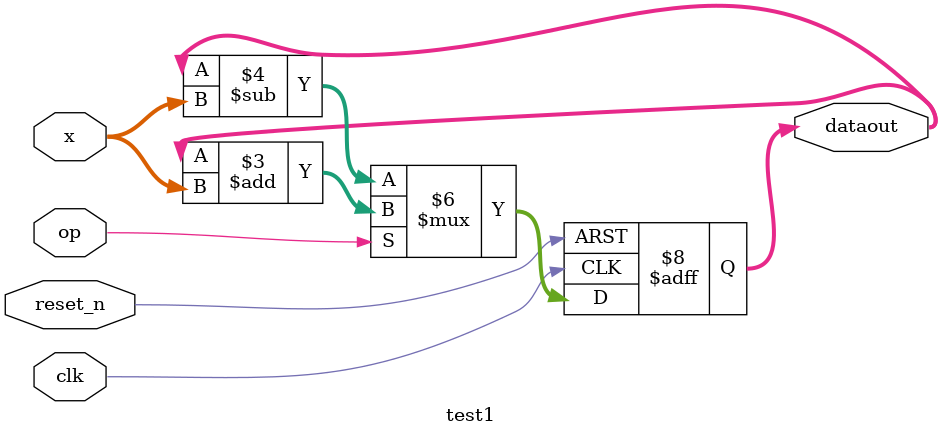
<source format=v>
module test1 (reset_n, clk, op, x, dataout);
input reset_n;
input clk;
input op;
input [3:0] x;
output [3:0] dataout;

reg [3:0] dataout;

always @ (posedge clk or negedge reset_n)
begin
if (!reset_n)
    dataout <= 4'b0000;
else
    if (op)
        dataout <= dataout + x;
    else
        dataout <= dataout - x;
end

endmodule

</source>
